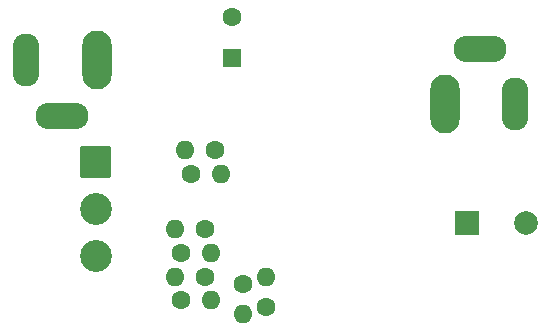
<source format=gbs>
G04 #@! TF.GenerationSoftware,KiCad,Pcbnew,(5.1.9)-1*
G04 #@! TF.CreationDate,2021-05-05T15:58:12+09:00*
G04 #@! TF.ProjectId,PowerPathController_LTC4417,506f7765-7250-4617-9468-436f6e74726f,rev?*
G04 #@! TF.SameCoordinates,Original*
G04 #@! TF.FileFunction,Soldermask,Bot*
G04 #@! TF.FilePolarity,Negative*
%FSLAX46Y46*%
G04 Gerber Fmt 4.6, Leading zero omitted, Abs format (unit mm)*
G04 Created by KiCad (PCBNEW (5.1.9)-1) date 2021-05-05 15:58:12*
%MOMM*%
%LPD*%
G01*
G04 APERTURE LIST*
%ADD10C,1.600000*%
%ADD11O,1.600000X1.600000*%
%ADD12R,1.600000X1.600000*%
%ADD13C,2.700000*%
%ADD14O,4.500000X2.250000*%
%ADD15O,2.250000X4.500000*%
%ADD16O,2.500000X5.000000*%
%ADD17C,2.000000*%
%ADD18R,2.000000X2.000000*%
G04 APERTURE END LIST*
D10*
X145050000Y-103100000D03*
D11*
X147590000Y-103100000D03*
D10*
X147100000Y-101100000D03*
D11*
X144560000Y-101100000D03*
D10*
X144150000Y-109800000D03*
D11*
X146690000Y-109800000D03*
D10*
X146200000Y-107800000D03*
D11*
X143660000Y-107800000D03*
D10*
X144150000Y-113800000D03*
D11*
X146690000Y-113800000D03*
D10*
X146200000Y-111800000D03*
D11*
X143660000Y-111800000D03*
D10*
X151400000Y-114400000D03*
D11*
X151400000Y-111860000D03*
D10*
X149400000Y-112400000D03*
D11*
X149400000Y-114940000D03*
D10*
X148500000Y-89800000D03*
D12*
X148500000Y-93300000D03*
D13*
X136950000Y-110020000D03*
X136950000Y-106060000D03*
G36*
G01*
X135850001Y-100750000D02*
X138049999Y-100750000D01*
G75*
G02*
X138300000Y-101000001I0J-250001D01*
G01*
X138300000Y-103199999D01*
G75*
G02*
X138049999Y-103450000I-250001J0D01*
G01*
X135850001Y-103450000D01*
G75*
G02*
X135600000Y-103199999I0J250001D01*
G01*
X135600000Y-101000001D01*
G75*
G02*
X135850001Y-100750000I250001J0D01*
G01*
G37*
D14*
X169500000Y-92500000D03*
D15*
X172500000Y-97200000D03*
D16*
X166500000Y-97200000D03*
D17*
X173400000Y-107300000D03*
D18*
X168400000Y-107300000D03*
D16*
X137100000Y-93500000D03*
D15*
X131100000Y-93500000D03*
D14*
X134100000Y-98200000D03*
M02*

</source>
